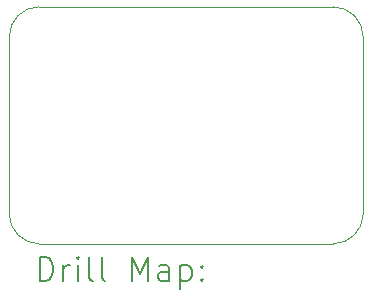
<source format=gbr>
%TF.GenerationSoftware,KiCad,Pcbnew,8.0.5*%
%TF.CreationDate,2024-10-21T19:45:32-04:00*%
%TF.ProjectId,DRV8871_PCB,44525638-3837-4315-9f50-43422e6b6963,rev?*%
%TF.SameCoordinates,Original*%
%TF.FileFunction,Drillmap*%
%TF.FilePolarity,Positive*%
%FSLAX45Y45*%
G04 Gerber Fmt 4.5, Leading zero omitted, Abs format (unit mm)*
G04 Created by KiCad (PCBNEW 8.0.5) date 2024-10-21 19:45:32*
%MOMM*%
%LPD*%
G01*
G04 APERTURE LIST*
%ADD10C,0.050000*%
%ADD11C,0.200000*%
G04 APERTURE END LIST*
D10*
X2997200Y-1752600D02*
G75*
G02*
X2743200Y-2006600I-254000J0D01*
G01*
X0Y-1752600D02*
X0Y-254000D01*
X254000Y-2006600D02*
G75*
G02*
X0Y-1752600I0J254000D01*
G01*
X0Y-254000D02*
G75*
G02*
X254000Y0I254000J0D01*
G01*
X254000Y0D02*
X2743200Y0D01*
X2997200Y-254000D02*
X2997200Y-1752600D01*
X2743200Y-2006600D02*
X254000Y-2006600D01*
X2743200Y0D02*
G75*
G02*
X2997200Y-254000I0J-254000D01*
G01*
D11*
X258277Y-2320584D02*
X258277Y-2120584D01*
X258277Y-2120584D02*
X305896Y-2120584D01*
X305896Y-2120584D02*
X334467Y-2130108D01*
X334467Y-2130108D02*
X353515Y-2149155D01*
X353515Y-2149155D02*
X363039Y-2168203D01*
X363039Y-2168203D02*
X372562Y-2206298D01*
X372562Y-2206298D02*
X372562Y-2234870D01*
X372562Y-2234870D02*
X363039Y-2272965D01*
X363039Y-2272965D02*
X353515Y-2292012D01*
X353515Y-2292012D02*
X334467Y-2311060D01*
X334467Y-2311060D02*
X305896Y-2320584D01*
X305896Y-2320584D02*
X258277Y-2320584D01*
X458277Y-2320584D02*
X458277Y-2187250D01*
X458277Y-2225346D02*
X467801Y-2206298D01*
X467801Y-2206298D02*
X477324Y-2196774D01*
X477324Y-2196774D02*
X496372Y-2187250D01*
X496372Y-2187250D02*
X515420Y-2187250D01*
X582086Y-2320584D02*
X582086Y-2187250D01*
X582086Y-2120584D02*
X572563Y-2130108D01*
X572563Y-2130108D02*
X582086Y-2139631D01*
X582086Y-2139631D02*
X591610Y-2130108D01*
X591610Y-2130108D02*
X582086Y-2120584D01*
X582086Y-2120584D02*
X582086Y-2139631D01*
X705896Y-2320584D02*
X686848Y-2311060D01*
X686848Y-2311060D02*
X677324Y-2292012D01*
X677324Y-2292012D02*
X677324Y-2120584D01*
X810658Y-2320584D02*
X791610Y-2311060D01*
X791610Y-2311060D02*
X782086Y-2292012D01*
X782086Y-2292012D02*
X782086Y-2120584D01*
X1039229Y-2320584D02*
X1039229Y-2120584D01*
X1039229Y-2120584D02*
X1105896Y-2263441D01*
X1105896Y-2263441D02*
X1172563Y-2120584D01*
X1172563Y-2120584D02*
X1172563Y-2320584D01*
X1353515Y-2320584D02*
X1353515Y-2215822D01*
X1353515Y-2215822D02*
X1343991Y-2196774D01*
X1343991Y-2196774D02*
X1324944Y-2187250D01*
X1324944Y-2187250D02*
X1286848Y-2187250D01*
X1286848Y-2187250D02*
X1267801Y-2196774D01*
X1353515Y-2311060D02*
X1334467Y-2320584D01*
X1334467Y-2320584D02*
X1286848Y-2320584D01*
X1286848Y-2320584D02*
X1267801Y-2311060D01*
X1267801Y-2311060D02*
X1258277Y-2292012D01*
X1258277Y-2292012D02*
X1258277Y-2272965D01*
X1258277Y-2272965D02*
X1267801Y-2253917D01*
X1267801Y-2253917D02*
X1286848Y-2244393D01*
X1286848Y-2244393D02*
X1334467Y-2244393D01*
X1334467Y-2244393D02*
X1353515Y-2234870D01*
X1448753Y-2187250D02*
X1448753Y-2387250D01*
X1448753Y-2196774D02*
X1467801Y-2187250D01*
X1467801Y-2187250D02*
X1505896Y-2187250D01*
X1505896Y-2187250D02*
X1524943Y-2196774D01*
X1524943Y-2196774D02*
X1534467Y-2206298D01*
X1534467Y-2206298D02*
X1543991Y-2225346D01*
X1543991Y-2225346D02*
X1543991Y-2282489D01*
X1543991Y-2282489D02*
X1534467Y-2301536D01*
X1534467Y-2301536D02*
X1524943Y-2311060D01*
X1524943Y-2311060D02*
X1505896Y-2320584D01*
X1505896Y-2320584D02*
X1467801Y-2320584D01*
X1467801Y-2320584D02*
X1448753Y-2311060D01*
X1629705Y-2301536D02*
X1639229Y-2311060D01*
X1639229Y-2311060D02*
X1629705Y-2320584D01*
X1629705Y-2320584D02*
X1620182Y-2311060D01*
X1620182Y-2311060D02*
X1629705Y-2301536D01*
X1629705Y-2301536D02*
X1629705Y-2320584D01*
X1629705Y-2196774D02*
X1639229Y-2206298D01*
X1639229Y-2206298D02*
X1629705Y-2215822D01*
X1629705Y-2215822D02*
X1620182Y-2206298D01*
X1620182Y-2206298D02*
X1629705Y-2196774D01*
X1629705Y-2196774D02*
X1629705Y-2215822D01*
M02*

</source>
